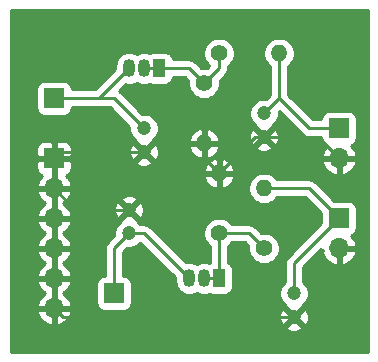
<source format=gbr>
%TF.GenerationSoftware,KiCad,Pcbnew,(5.1.12)-1*%
%TF.CreationDate,2021-11-26T11:14:42+00:00*%
%TF.ProjectId,pepega v.01,70657065-6761-4207-962e-30312e6b6963,rev?*%
%TF.SameCoordinates,Original*%
%TF.FileFunction,Copper,L1,Top*%
%TF.FilePolarity,Positive*%
%FSLAX46Y46*%
G04 Gerber Fmt 4.6, Leading zero omitted, Abs format (unit mm)*
G04 Created by KiCad (PCBNEW (5.1.12)-1) date 2021-11-26 11:14:42*
%MOMM*%
%LPD*%
G01*
G04 APERTURE LIST*
%TA.AperFunction,ComponentPad*%
%ADD10R,1.050000X1.500000*%
%TD*%
%TA.AperFunction,ComponentPad*%
%ADD11O,1.050000X1.500000*%
%TD*%
%TA.AperFunction,ComponentPad*%
%ADD12O,1.400000X1.400000*%
%TD*%
%TA.AperFunction,ComponentPad*%
%ADD13C,1.400000*%
%TD*%
%TA.AperFunction,ComponentPad*%
%ADD14O,1.700000X1.700000*%
%TD*%
%TA.AperFunction,ComponentPad*%
%ADD15R,1.700000X1.700000*%
%TD*%
%TA.AperFunction,ComponentPad*%
%ADD16C,1.200000*%
%TD*%
%TA.AperFunction,Conductor*%
%ADD17C,0.250000*%
%TD*%
%TA.AperFunction,Conductor*%
%ADD18C,0.254000*%
%TD*%
%TA.AperFunction,Conductor*%
%ADD19C,0.100000*%
%TD*%
G04 APERTURE END LIST*
D10*
%TO.P,U2,1*%
%TO.N,Net-(R3-Pad1)*%
X60960000Y-81280000D03*
D11*
%TO.P,U2,3*%
%TO.N,+5F*%
X58420000Y-81280000D03*
%TO.P,U2,2*%
%TO.N,Net-(R3-Pad1)*%
X59690000Y-81280000D03*
%TD*%
D12*
%TO.P,R1,2*%
%TO.N,GND*%
X59690000Y-69850000D03*
D13*
%TO.P,R1,1*%
%TO.N,Net-(R1-Pad1)*%
X59690000Y-64770000D03*
%TD*%
D10*
%TO.P,U1,1*%
%TO.N,Net-(R1-Pad1)*%
X55880000Y-63500000D03*
D11*
%TO.P,U1,3*%
%TO.N,+5V*%
X53340000Y-63500000D03*
%TO.P,U1,2*%
%TO.N,Net-(R1-Pad1)*%
X54610000Y-63500000D03*
%TD*%
D12*
%TO.P,R4,2*%
%TO.N,Net-(C4-Pad1)*%
X64770000Y-73660000D03*
D13*
%TO.P,R4,1*%
%TO.N,Net-(R3-Pad1)*%
X64770000Y-78740000D03*
%TD*%
D12*
%TO.P,R3,2*%
%TO.N,GND*%
X60960000Y-72390000D03*
D13*
%TO.P,R3,1*%
%TO.N,Net-(R3-Pad1)*%
X60960000Y-77470000D03*
%TD*%
D12*
%TO.P,R2,2*%
%TO.N,Net-(C2-Pad1)*%
X66040000Y-62230000D03*
D13*
%TO.P,R2,1*%
%TO.N,Net-(R1-Pad1)*%
X60960000Y-62230000D03*
%TD*%
D14*
%TO.P,J5,2*%
%TO.N,GND*%
X71120000Y-78740000D03*
D15*
%TO.P,J5,1*%
%TO.N,Net-(C4-Pad1)*%
X71120000Y-76200000D03*
%TD*%
%TO.P,J4,1*%
%TO.N,+5F*%
X52070000Y-82550000D03*
%TD*%
%TO.P,J3,1*%
%TO.N,+5V*%
X46990000Y-66040000D03*
%TD*%
D14*
%TO.P,J2,6*%
%TO.N,GND*%
X46990000Y-83820000D03*
%TO.P,J2,5*%
X46990000Y-81280000D03*
%TO.P,J2,4*%
X46990000Y-78740000D03*
%TO.P,J2,3*%
X46990000Y-76200000D03*
%TO.P,J2,2*%
X46990000Y-73660000D03*
D15*
%TO.P,J2,1*%
X46990000Y-71120000D03*
%TD*%
D14*
%TO.P,J1,2*%
%TO.N,GND*%
X71120000Y-71120000D03*
D15*
%TO.P,J1,1*%
%TO.N,Net-(C2-Pad1)*%
X71120000Y-68580000D03*
%TD*%
D16*
%TO.P,C4,2*%
%TO.N,GND*%
X67310000Y-84550000D03*
%TO.P,C4,1*%
%TO.N,Net-(C4-Pad1)*%
X67310000Y-82550000D03*
%TD*%
%TO.P,C3,2*%
%TO.N,GND*%
X53340000Y-75470000D03*
%TO.P,C3,1*%
%TO.N,+5F*%
X53340000Y-77470000D03*
%TD*%
%TO.P,C2,2*%
%TO.N,GND*%
X64770000Y-69310000D03*
%TO.P,C2,1*%
%TO.N,Net-(C2-Pad1)*%
X64770000Y-67310000D03*
%TD*%
%TO.P,C1,2*%
%TO.N,GND*%
X54610000Y-70580000D03*
%TO.P,C1,1*%
%TO.N,+5V*%
X54610000Y-68580000D03*
%TD*%
D17*
%TO.N,Net-(C2-Pad1)*%
X66040000Y-66040000D02*
X64770000Y-67310000D01*
X66040000Y-62230000D02*
X66040000Y-66040000D01*
X68580000Y-68580000D02*
X66040000Y-66040000D01*
X71120000Y-68580000D02*
X68580000Y-68580000D01*
%TO.N,Net-(R1-Pad1)*%
X60960000Y-63500000D02*
X59690000Y-64770000D01*
X60960000Y-62230000D02*
X60960000Y-63500000D01*
X54610000Y-63500000D02*
X55880000Y-63500000D01*
X58420000Y-63500000D02*
X59690000Y-64770000D01*
X55880000Y-63500000D02*
X58420000Y-63500000D01*
%TO.N,GND*%
X46990000Y-71120000D02*
X46990000Y-83820000D01*
X48800000Y-75470000D02*
X46990000Y-73660000D01*
X53340000Y-75470000D02*
X48800000Y-75470000D01*
X47720000Y-71120000D02*
X46990000Y-71120000D01*
X47530000Y-70580000D02*
X46990000Y-71120000D01*
X54610000Y-70580000D02*
X47530000Y-70580000D01*
X55340000Y-69850000D02*
X54610000Y-70580000D01*
X59690000Y-69850000D02*
X55340000Y-69850000D01*
X59690000Y-71120000D02*
X60960000Y-72390000D01*
X59690000Y-69850000D02*
X59690000Y-71120000D01*
X64040000Y-69310000D02*
X64770000Y-69310000D01*
X60960000Y-72390000D02*
X64040000Y-69310000D01*
X69310000Y-69310000D02*
X71120000Y-71120000D01*
X64770000Y-69310000D02*
X69310000Y-69310000D01*
X71120000Y-80740000D02*
X67310000Y-84550000D01*
X71120000Y-78740000D02*
X71120000Y-80740000D01*
X47720000Y-84550000D02*
X46990000Y-83820000D01*
X67310000Y-84550000D02*
X47720000Y-84550000D01*
%TO.N,+5V*%
X50800000Y-66040000D02*
X53340000Y-63500000D01*
X46990000Y-66040000D02*
X50800000Y-66040000D01*
X52070000Y-66040000D02*
X54610000Y-68580000D01*
X50800000Y-66040000D02*
X52070000Y-66040000D01*
%TO.N,Net-(C4-Pad1)*%
X68580000Y-73660000D02*
X71120000Y-76200000D01*
X64770000Y-73660000D02*
X68580000Y-73660000D01*
X67310000Y-80010000D02*
X71120000Y-76200000D01*
X67310000Y-82550000D02*
X67310000Y-80010000D01*
%TO.N,Net-(R3-Pad1)*%
X60960000Y-77470000D02*
X60960000Y-81280000D01*
X60960000Y-81280000D02*
X59690000Y-81280000D01*
X63500000Y-77470000D02*
X64770000Y-78740000D01*
X60960000Y-77470000D02*
X63500000Y-77470000D01*
%TO.N,+5F*%
X52070000Y-78740000D02*
X53340000Y-77470000D01*
X52070000Y-82550000D02*
X52070000Y-78740000D01*
X54610000Y-77470000D02*
X58420000Y-81280000D01*
X53340000Y-77470000D02*
X54610000Y-77470000D01*
%TD*%
D18*
%TO.N,GND*%
X73533000Y-87503000D02*
X43307000Y-87503000D01*
X43307000Y-85399764D01*
X66639841Y-85399764D01*
X66687148Y-85623348D01*
X66908516Y-85724237D01*
X67145313Y-85780000D01*
X67388438Y-85788495D01*
X67628549Y-85749395D01*
X67856418Y-85664202D01*
X67932852Y-85623348D01*
X67980159Y-85399764D01*
X67310000Y-84729605D01*
X66639841Y-85399764D01*
X43307000Y-85399764D01*
X43307000Y-84176890D01*
X45548524Y-84176890D01*
X45593175Y-84324099D01*
X45718359Y-84586920D01*
X45892412Y-84820269D01*
X46108645Y-85015178D01*
X46358748Y-85164157D01*
X46633109Y-85261481D01*
X46863000Y-85140814D01*
X46863000Y-83947000D01*
X47117000Y-83947000D01*
X47117000Y-85140814D01*
X47346891Y-85261481D01*
X47621252Y-85164157D01*
X47871355Y-85015178D01*
X48087588Y-84820269D01*
X48230673Y-84628438D01*
X66071505Y-84628438D01*
X66110605Y-84868549D01*
X66195798Y-85096418D01*
X66236652Y-85172852D01*
X66460236Y-85220159D01*
X67130395Y-84550000D01*
X67489605Y-84550000D01*
X68159764Y-85220159D01*
X68383348Y-85172852D01*
X68484237Y-84951484D01*
X68540000Y-84714687D01*
X68548495Y-84471562D01*
X68509395Y-84231451D01*
X68424202Y-84003582D01*
X68383348Y-83927148D01*
X68159764Y-83879841D01*
X67489605Y-84550000D01*
X67130395Y-84550000D01*
X66460236Y-83879841D01*
X66236652Y-83927148D01*
X66135763Y-84148516D01*
X66080000Y-84385313D01*
X66071505Y-84628438D01*
X48230673Y-84628438D01*
X48261641Y-84586920D01*
X48386825Y-84324099D01*
X48431476Y-84176890D01*
X48310155Y-83947000D01*
X47117000Y-83947000D01*
X46863000Y-83947000D01*
X45669845Y-83947000D01*
X45548524Y-84176890D01*
X43307000Y-84176890D01*
X43307000Y-81636890D01*
X45548524Y-81636890D01*
X45593175Y-81784099D01*
X45718359Y-82046920D01*
X45892412Y-82280269D01*
X46108645Y-82475178D01*
X46234255Y-82550000D01*
X46108645Y-82624822D01*
X45892412Y-82819731D01*
X45718359Y-83053080D01*
X45593175Y-83315901D01*
X45548524Y-83463110D01*
X45669845Y-83693000D01*
X46863000Y-83693000D01*
X46863000Y-81407000D01*
X47117000Y-81407000D01*
X47117000Y-83693000D01*
X48310155Y-83693000D01*
X48431476Y-83463110D01*
X48386825Y-83315901D01*
X48261641Y-83053080D01*
X48087588Y-82819731D01*
X47871355Y-82624822D01*
X47745745Y-82550000D01*
X47871355Y-82475178D01*
X48087588Y-82280269D01*
X48261641Y-82046920D01*
X48386825Y-81784099D01*
X48412333Y-81700000D01*
X50581928Y-81700000D01*
X50581928Y-83400000D01*
X50594188Y-83524482D01*
X50630498Y-83644180D01*
X50689463Y-83754494D01*
X50768815Y-83851185D01*
X50865506Y-83930537D01*
X50975820Y-83989502D01*
X51095518Y-84025812D01*
X51220000Y-84038072D01*
X52920000Y-84038072D01*
X53044482Y-84025812D01*
X53164180Y-83989502D01*
X53274494Y-83930537D01*
X53371185Y-83851185D01*
X53450537Y-83754494D01*
X53509502Y-83644180D01*
X53545812Y-83524482D01*
X53558072Y-83400000D01*
X53558072Y-81700000D01*
X53545812Y-81575518D01*
X53509502Y-81455820D01*
X53450537Y-81345506D01*
X53371185Y-81248815D01*
X53274494Y-81169463D01*
X53164180Y-81110498D01*
X53044482Y-81074188D01*
X52920000Y-81061928D01*
X52830000Y-81061928D01*
X52830000Y-79054801D01*
X53186199Y-78698602D01*
X53218363Y-78705000D01*
X53461637Y-78705000D01*
X53700236Y-78657540D01*
X53924992Y-78564443D01*
X54127267Y-78429287D01*
X54299287Y-78257267D01*
X54308571Y-78243372D01*
X57260000Y-81194802D01*
X57260000Y-81561978D01*
X57276785Y-81732399D01*
X57343115Y-81951059D01*
X57450829Y-82152578D01*
X57595788Y-82329212D01*
X57772421Y-82474171D01*
X57973940Y-82581885D01*
X58192600Y-82648215D01*
X58420000Y-82670612D01*
X58647399Y-82648215D01*
X58866059Y-82581885D01*
X59055000Y-82480894D01*
X59243940Y-82581885D01*
X59462600Y-82648215D01*
X59690000Y-82670612D01*
X59917399Y-82648215D01*
X60126098Y-82584907D01*
X60190820Y-82619502D01*
X60310518Y-82655812D01*
X60435000Y-82668072D01*
X61485000Y-82668072D01*
X61609482Y-82655812D01*
X61729180Y-82619502D01*
X61839494Y-82560537D01*
X61936185Y-82481185D01*
X62015537Y-82384494D01*
X62074502Y-82274180D01*
X62110812Y-82154482D01*
X62123072Y-82030000D01*
X62123072Y-80530000D01*
X62110812Y-80405518D01*
X62074502Y-80285820D01*
X62015537Y-80175506D01*
X61936185Y-80078815D01*
X61839494Y-79999463D01*
X61729180Y-79940498D01*
X61720000Y-79937713D01*
X61720000Y-78567775D01*
X61811013Y-78506962D01*
X61996962Y-78321013D01*
X62057775Y-78230000D01*
X63185199Y-78230000D01*
X63456355Y-78501156D01*
X63435000Y-78608514D01*
X63435000Y-78871486D01*
X63486304Y-79129405D01*
X63586939Y-79372359D01*
X63733038Y-79591013D01*
X63918987Y-79776962D01*
X64137641Y-79923061D01*
X64380595Y-80023696D01*
X64638514Y-80075000D01*
X64901486Y-80075000D01*
X65159405Y-80023696D01*
X65402359Y-79923061D01*
X65621013Y-79776962D01*
X65806962Y-79591013D01*
X65953061Y-79372359D01*
X66053696Y-79129405D01*
X66105000Y-78871486D01*
X66105000Y-78608514D01*
X66053696Y-78350595D01*
X65953061Y-78107641D01*
X65806962Y-77888987D01*
X65621013Y-77703038D01*
X65402359Y-77556939D01*
X65159405Y-77456304D01*
X64901486Y-77405000D01*
X64638514Y-77405000D01*
X64531156Y-77426355D01*
X64063804Y-76959003D01*
X64040001Y-76929999D01*
X63924276Y-76835026D01*
X63792247Y-76764454D01*
X63648986Y-76720997D01*
X63537333Y-76710000D01*
X63537322Y-76710000D01*
X63500000Y-76706324D01*
X63462678Y-76710000D01*
X62057775Y-76710000D01*
X61996962Y-76618987D01*
X61811013Y-76433038D01*
X61592359Y-76286939D01*
X61349405Y-76186304D01*
X61091486Y-76135000D01*
X60828514Y-76135000D01*
X60570595Y-76186304D01*
X60327641Y-76286939D01*
X60108987Y-76433038D01*
X59923038Y-76618987D01*
X59776939Y-76837641D01*
X59676304Y-77080595D01*
X59625000Y-77338514D01*
X59625000Y-77601486D01*
X59676304Y-77859405D01*
X59776939Y-78102359D01*
X59923038Y-78321013D01*
X60108987Y-78506962D01*
X60200000Y-78567775D01*
X60200001Y-79937713D01*
X60190820Y-79940498D01*
X60126098Y-79975093D01*
X59917400Y-79911785D01*
X59690000Y-79889388D01*
X59462601Y-79911785D01*
X59243941Y-79978115D01*
X59055001Y-80079106D01*
X58866060Y-79978115D01*
X58647400Y-79911785D01*
X58420000Y-79889388D01*
X58192601Y-79911785D01*
X58141951Y-79927149D01*
X55173804Y-76959003D01*
X55150001Y-76929999D01*
X55034276Y-76835026D01*
X54902247Y-76764454D01*
X54758986Y-76720997D01*
X54647333Y-76710000D01*
X54647322Y-76710000D01*
X54610000Y-76706324D01*
X54572678Y-76710000D01*
X54317506Y-76710000D01*
X54299287Y-76682733D01*
X54127267Y-76510713D01*
X53989267Y-76418504D01*
X54010159Y-76319764D01*
X53340000Y-75649605D01*
X52669841Y-76319764D01*
X52690733Y-76418504D01*
X52552733Y-76510713D01*
X52380713Y-76682733D01*
X52245557Y-76885008D01*
X52152460Y-77109764D01*
X52105000Y-77348363D01*
X52105000Y-77591637D01*
X52111398Y-77623801D01*
X51558998Y-78176201D01*
X51530000Y-78199999D01*
X51506202Y-78228997D01*
X51506201Y-78228998D01*
X51435026Y-78315724D01*
X51364454Y-78447754D01*
X51346494Y-78506962D01*
X51320999Y-78591013D01*
X51320998Y-78591015D01*
X51306324Y-78740000D01*
X51310001Y-78777332D01*
X51310000Y-81061928D01*
X51220000Y-81061928D01*
X51095518Y-81074188D01*
X50975820Y-81110498D01*
X50865506Y-81169463D01*
X50768815Y-81248815D01*
X50689463Y-81345506D01*
X50630498Y-81455820D01*
X50594188Y-81575518D01*
X50581928Y-81700000D01*
X48412333Y-81700000D01*
X48431476Y-81636890D01*
X48310155Y-81407000D01*
X47117000Y-81407000D01*
X46863000Y-81407000D01*
X45669845Y-81407000D01*
X45548524Y-81636890D01*
X43307000Y-81636890D01*
X43307000Y-79096890D01*
X45548524Y-79096890D01*
X45593175Y-79244099D01*
X45718359Y-79506920D01*
X45892412Y-79740269D01*
X46108645Y-79935178D01*
X46234255Y-80010000D01*
X46108645Y-80084822D01*
X45892412Y-80279731D01*
X45718359Y-80513080D01*
X45593175Y-80775901D01*
X45548524Y-80923110D01*
X45669845Y-81153000D01*
X46863000Y-81153000D01*
X46863000Y-78867000D01*
X47117000Y-78867000D01*
X47117000Y-81153000D01*
X48310155Y-81153000D01*
X48431476Y-80923110D01*
X48386825Y-80775901D01*
X48261641Y-80513080D01*
X48087588Y-80279731D01*
X47871355Y-80084822D01*
X47745745Y-80010000D01*
X47871355Y-79935178D01*
X48087588Y-79740269D01*
X48261641Y-79506920D01*
X48386825Y-79244099D01*
X48431476Y-79096890D01*
X48310155Y-78867000D01*
X47117000Y-78867000D01*
X46863000Y-78867000D01*
X45669845Y-78867000D01*
X45548524Y-79096890D01*
X43307000Y-79096890D01*
X43307000Y-76556890D01*
X45548524Y-76556890D01*
X45593175Y-76704099D01*
X45718359Y-76966920D01*
X45892412Y-77200269D01*
X46108645Y-77395178D01*
X46234255Y-77470000D01*
X46108645Y-77544822D01*
X45892412Y-77739731D01*
X45718359Y-77973080D01*
X45593175Y-78235901D01*
X45548524Y-78383110D01*
X45669845Y-78613000D01*
X46863000Y-78613000D01*
X46863000Y-76327000D01*
X47117000Y-76327000D01*
X47117000Y-78613000D01*
X48310155Y-78613000D01*
X48431476Y-78383110D01*
X48386825Y-78235901D01*
X48261641Y-77973080D01*
X48087588Y-77739731D01*
X47871355Y-77544822D01*
X47745745Y-77470000D01*
X47871355Y-77395178D01*
X48087588Y-77200269D01*
X48261641Y-76966920D01*
X48386825Y-76704099D01*
X48431476Y-76556890D01*
X48310155Y-76327000D01*
X47117000Y-76327000D01*
X46863000Y-76327000D01*
X45669845Y-76327000D01*
X45548524Y-76556890D01*
X43307000Y-76556890D01*
X43307000Y-74016890D01*
X45548524Y-74016890D01*
X45593175Y-74164099D01*
X45718359Y-74426920D01*
X45892412Y-74660269D01*
X46108645Y-74855178D01*
X46234255Y-74930000D01*
X46108645Y-75004822D01*
X45892412Y-75199731D01*
X45718359Y-75433080D01*
X45593175Y-75695901D01*
X45548524Y-75843110D01*
X45669845Y-76073000D01*
X46863000Y-76073000D01*
X46863000Y-73787000D01*
X47117000Y-73787000D01*
X47117000Y-76073000D01*
X48310155Y-76073000D01*
X48431476Y-75843110D01*
X48386825Y-75695901D01*
X48316588Y-75548438D01*
X52101505Y-75548438D01*
X52140605Y-75788549D01*
X52225798Y-76016418D01*
X52266652Y-76092852D01*
X52490236Y-76140159D01*
X53160395Y-75470000D01*
X53519605Y-75470000D01*
X54189764Y-76140159D01*
X54413348Y-76092852D01*
X54514237Y-75871484D01*
X54570000Y-75634687D01*
X54578495Y-75391562D01*
X54539395Y-75151451D01*
X54454202Y-74923582D01*
X54413348Y-74847148D01*
X54189764Y-74799841D01*
X53519605Y-75470000D01*
X53160395Y-75470000D01*
X52490236Y-74799841D01*
X52266652Y-74847148D01*
X52165763Y-75068516D01*
X52110000Y-75305313D01*
X52101505Y-75548438D01*
X48316588Y-75548438D01*
X48261641Y-75433080D01*
X48087588Y-75199731D01*
X47871355Y-75004822D01*
X47745745Y-74930000D01*
X47871355Y-74855178D01*
X48087588Y-74660269D01*
X48117448Y-74620236D01*
X52669841Y-74620236D01*
X53340000Y-75290395D01*
X54010159Y-74620236D01*
X53962852Y-74396652D01*
X53741484Y-74295763D01*
X53504687Y-74240000D01*
X53261562Y-74231505D01*
X53021451Y-74270605D01*
X52793582Y-74355798D01*
X52717148Y-74396652D01*
X52669841Y-74620236D01*
X48117448Y-74620236D01*
X48261641Y-74426920D01*
X48386825Y-74164099D01*
X48431476Y-74016890D01*
X48310155Y-73787000D01*
X47117000Y-73787000D01*
X46863000Y-73787000D01*
X45669845Y-73787000D01*
X45548524Y-74016890D01*
X43307000Y-74016890D01*
X43307000Y-71970000D01*
X45501928Y-71970000D01*
X45514188Y-72094482D01*
X45550498Y-72214180D01*
X45609463Y-72324494D01*
X45688815Y-72421185D01*
X45785506Y-72500537D01*
X45895820Y-72559502D01*
X45976466Y-72583966D01*
X45892412Y-72659731D01*
X45718359Y-72893080D01*
X45593175Y-73155901D01*
X45548524Y-73303110D01*
X45669845Y-73533000D01*
X46863000Y-73533000D01*
X46863000Y-71247000D01*
X47117000Y-71247000D01*
X47117000Y-73533000D01*
X48310155Y-73533000D01*
X48431476Y-73303110D01*
X48386825Y-73155901D01*
X48261641Y-72893080D01*
X48135026Y-72723330D01*
X59667278Y-72723330D01*
X59757147Y-72969123D01*
X59893241Y-73192660D01*
X60070330Y-73385351D01*
X60281608Y-73539792D01*
X60518956Y-73650047D01*
X60626671Y-73682716D01*
X60833000Y-73559374D01*
X60833000Y-72517000D01*
X61087000Y-72517000D01*
X61087000Y-73559374D01*
X61293329Y-73682716D01*
X61401044Y-73650047D01*
X61638392Y-73539792D01*
X61653820Y-73528514D01*
X63435000Y-73528514D01*
X63435000Y-73791486D01*
X63486304Y-74049405D01*
X63586939Y-74292359D01*
X63733038Y-74511013D01*
X63918987Y-74696962D01*
X64137641Y-74843061D01*
X64380595Y-74943696D01*
X64638514Y-74995000D01*
X64901486Y-74995000D01*
X65159405Y-74943696D01*
X65402359Y-74843061D01*
X65621013Y-74696962D01*
X65806962Y-74511013D01*
X65867775Y-74420000D01*
X68265199Y-74420000D01*
X69631928Y-75786730D01*
X69631928Y-76613270D01*
X66798998Y-79446201D01*
X66770000Y-79469999D01*
X66746202Y-79498997D01*
X66746201Y-79498998D01*
X66675026Y-79585724D01*
X66604454Y-79717754D01*
X66586494Y-79776962D01*
X66560998Y-79861014D01*
X66554887Y-79923061D01*
X66546324Y-80010000D01*
X66550001Y-80047332D01*
X66550000Y-81572493D01*
X66522733Y-81590713D01*
X66350713Y-81762733D01*
X66215557Y-81965008D01*
X66122460Y-82189764D01*
X66075000Y-82428363D01*
X66075000Y-82671637D01*
X66122460Y-82910236D01*
X66215557Y-83134992D01*
X66350713Y-83337267D01*
X66522733Y-83509287D01*
X66660733Y-83601496D01*
X66639841Y-83700236D01*
X67310000Y-84370395D01*
X67980159Y-83700236D01*
X67959267Y-83601496D01*
X68097267Y-83509287D01*
X68269287Y-83337267D01*
X68404443Y-83134992D01*
X68497540Y-82910236D01*
X68545000Y-82671637D01*
X68545000Y-82428363D01*
X68497540Y-82189764D01*
X68404443Y-81965008D01*
X68269287Y-81762733D01*
X68097267Y-81590713D01*
X68070000Y-81572494D01*
X68070000Y-80324801D01*
X69635000Y-78759801D01*
X69635000Y-78867002D01*
X69799844Y-78867002D01*
X69678524Y-79096890D01*
X69723175Y-79244099D01*
X69848359Y-79506920D01*
X70022412Y-79740269D01*
X70238645Y-79935178D01*
X70488748Y-80084157D01*
X70763109Y-80181481D01*
X70993000Y-80060814D01*
X70993000Y-78867000D01*
X71247000Y-78867000D01*
X71247000Y-80060814D01*
X71476891Y-80181481D01*
X71751252Y-80084157D01*
X72001355Y-79935178D01*
X72217588Y-79740269D01*
X72391641Y-79506920D01*
X72516825Y-79244099D01*
X72561476Y-79096890D01*
X72440155Y-78867000D01*
X71247000Y-78867000D01*
X70993000Y-78867000D01*
X70973000Y-78867000D01*
X70973000Y-78613000D01*
X70993000Y-78613000D01*
X70993000Y-78593000D01*
X71247000Y-78593000D01*
X71247000Y-78613000D01*
X72440155Y-78613000D01*
X72561476Y-78383110D01*
X72516825Y-78235901D01*
X72391641Y-77973080D01*
X72217588Y-77739731D01*
X72133534Y-77663966D01*
X72214180Y-77639502D01*
X72324494Y-77580537D01*
X72421185Y-77501185D01*
X72500537Y-77404494D01*
X72559502Y-77294180D01*
X72595812Y-77174482D01*
X72608072Y-77050000D01*
X72608072Y-75350000D01*
X72595812Y-75225518D01*
X72559502Y-75105820D01*
X72500537Y-74995506D01*
X72421185Y-74898815D01*
X72324494Y-74819463D01*
X72214180Y-74760498D01*
X72094482Y-74724188D01*
X71970000Y-74711928D01*
X70706730Y-74711928D01*
X69143804Y-73149003D01*
X69120001Y-73119999D01*
X69004276Y-73025026D01*
X68872247Y-72954454D01*
X68728986Y-72910997D01*
X68617333Y-72900000D01*
X68617322Y-72900000D01*
X68580000Y-72896324D01*
X68542678Y-72900000D01*
X65867775Y-72900000D01*
X65806962Y-72808987D01*
X65621013Y-72623038D01*
X65402359Y-72476939D01*
X65159405Y-72376304D01*
X64901486Y-72325000D01*
X64638514Y-72325000D01*
X64380595Y-72376304D01*
X64137641Y-72476939D01*
X63918987Y-72623038D01*
X63733038Y-72808987D01*
X63586939Y-73027641D01*
X63486304Y-73270595D01*
X63435000Y-73528514D01*
X61653820Y-73528514D01*
X61849670Y-73385351D01*
X62026759Y-73192660D01*
X62162853Y-72969123D01*
X62252722Y-72723330D01*
X62130201Y-72517000D01*
X61087000Y-72517000D01*
X60833000Y-72517000D01*
X59789799Y-72517000D01*
X59667278Y-72723330D01*
X48135026Y-72723330D01*
X48087588Y-72659731D01*
X48003534Y-72583966D01*
X48084180Y-72559502D01*
X48194494Y-72500537D01*
X48291185Y-72421185D01*
X48370537Y-72324494D01*
X48429502Y-72214180D01*
X48465812Y-72094482D01*
X48469536Y-72056670D01*
X59667278Y-72056670D01*
X59789799Y-72263000D01*
X60833000Y-72263000D01*
X60833000Y-71220626D01*
X61087000Y-71220626D01*
X61087000Y-72263000D01*
X62130201Y-72263000D01*
X62252722Y-72056670D01*
X62162853Y-71810877D01*
X62026759Y-71587340D01*
X61925253Y-71476890D01*
X69678524Y-71476890D01*
X69723175Y-71624099D01*
X69848359Y-71886920D01*
X70022412Y-72120269D01*
X70238645Y-72315178D01*
X70488748Y-72464157D01*
X70763109Y-72561481D01*
X70993000Y-72440814D01*
X70993000Y-71247000D01*
X71247000Y-71247000D01*
X71247000Y-72440814D01*
X71476891Y-72561481D01*
X71751252Y-72464157D01*
X72001355Y-72315178D01*
X72217588Y-72120269D01*
X72391641Y-71886920D01*
X72516825Y-71624099D01*
X72561476Y-71476890D01*
X72440155Y-71247000D01*
X71247000Y-71247000D01*
X70993000Y-71247000D01*
X69799845Y-71247000D01*
X69678524Y-71476890D01*
X61925253Y-71476890D01*
X61849670Y-71394649D01*
X61638392Y-71240208D01*
X61401044Y-71129953D01*
X61293329Y-71097284D01*
X61087000Y-71220626D01*
X60833000Y-71220626D01*
X60626671Y-71097284D01*
X60518956Y-71129953D01*
X60281608Y-71240208D01*
X60070330Y-71394649D01*
X59893241Y-71587340D01*
X59757147Y-71810877D01*
X59667278Y-72056670D01*
X48469536Y-72056670D01*
X48478072Y-71970000D01*
X48475131Y-71429764D01*
X53939841Y-71429764D01*
X53987148Y-71653348D01*
X54208516Y-71754237D01*
X54445313Y-71810000D01*
X54688438Y-71818495D01*
X54928549Y-71779395D01*
X55156418Y-71694202D01*
X55232852Y-71653348D01*
X55280159Y-71429764D01*
X54610000Y-70759605D01*
X53939841Y-71429764D01*
X48475131Y-71429764D01*
X48475000Y-71405750D01*
X48316250Y-71247000D01*
X47117000Y-71247000D01*
X46863000Y-71247000D01*
X45663750Y-71247000D01*
X45505000Y-71405750D01*
X45501928Y-71970000D01*
X43307000Y-71970000D01*
X43307000Y-70270000D01*
X45501928Y-70270000D01*
X45505000Y-70834250D01*
X45663750Y-70993000D01*
X46863000Y-70993000D01*
X46863000Y-69793750D01*
X47117000Y-69793750D01*
X47117000Y-70993000D01*
X48316250Y-70993000D01*
X48475000Y-70834250D01*
X48475957Y-70658438D01*
X53371505Y-70658438D01*
X53410605Y-70898549D01*
X53495798Y-71126418D01*
X53536652Y-71202852D01*
X53760236Y-71250159D01*
X54430395Y-70580000D01*
X54789605Y-70580000D01*
X55459764Y-71250159D01*
X55683348Y-71202852D01*
X55784237Y-70981484D01*
X55840000Y-70744687D01*
X55848495Y-70501562D01*
X55809395Y-70261451D01*
X55780189Y-70183330D01*
X58397278Y-70183330D01*
X58487147Y-70429123D01*
X58623241Y-70652660D01*
X58800330Y-70845351D01*
X59011608Y-70999792D01*
X59248956Y-71110047D01*
X59356671Y-71142716D01*
X59563000Y-71019374D01*
X59563000Y-69977000D01*
X59817000Y-69977000D01*
X59817000Y-71019374D01*
X60023329Y-71142716D01*
X60131044Y-71110047D01*
X60368392Y-70999792D01*
X60579670Y-70845351D01*
X60756759Y-70652660D01*
X60892853Y-70429123D01*
X60982722Y-70183330D01*
X60968729Y-70159764D01*
X64099841Y-70159764D01*
X64147148Y-70383348D01*
X64368516Y-70484237D01*
X64605313Y-70540000D01*
X64848438Y-70548495D01*
X65088549Y-70509395D01*
X65316418Y-70424202D01*
X65392852Y-70383348D01*
X65440159Y-70159764D01*
X64770000Y-69489605D01*
X64099841Y-70159764D01*
X60968729Y-70159764D01*
X60860201Y-69977000D01*
X59817000Y-69977000D01*
X59563000Y-69977000D01*
X58519799Y-69977000D01*
X58397278Y-70183330D01*
X55780189Y-70183330D01*
X55724202Y-70033582D01*
X55683348Y-69957148D01*
X55459764Y-69909841D01*
X54789605Y-70580000D01*
X54430395Y-70580000D01*
X53760236Y-69909841D01*
X53536652Y-69957148D01*
X53435763Y-70178516D01*
X53380000Y-70415313D01*
X53371505Y-70658438D01*
X48475957Y-70658438D01*
X48478072Y-70270000D01*
X48465812Y-70145518D01*
X48429502Y-70025820D01*
X48370537Y-69915506D01*
X48291185Y-69818815D01*
X48194494Y-69739463D01*
X48084180Y-69680498D01*
X47964482Y-69644188D01*
X47840000Y-69631928D01*
X47275750Y-69635000D01*
X47117000Y-69793750D01*
X46863000Y-69793750D01*
X46704250Y-69635000D01*
X46140000Y-69631928D01*
X46015518Y-69644188D01*
X45895820Y-69680498D01*
X45785506Y-69739463D01*
X45688815Y-69818815D01*
X45609463Y-69915506D01*
X45550498Y-70025820D01*
X45514188Y-70145518D01*
X45501928Y-70270000D01*
X43307000Y-70270000D01*
X43307000Y-65190000D01*
X45501928Y-65190000D01*
X45501928Y-66890000D01*
X45514188Y-67014482D01*
X45550498Y-67134180D01*
X45609463Y-67244494D01*
X45688815Y-67341185D01*
X45785506Y-67420537D01*
X45895820Y-67479502D01*
X46015518Y-67515812D01*
X46140000Y-67528072D01*
X47840000Y-67528072D01*
X47964482Y-67515812D01*
X48084180Y-67479502D01*
X48194494Y-67420537D01*
X48291185Y-67341185D01*
X48370537Y-67244494D01*
X48429502Y-67134180D01*
X48465812Y-67014482D01*
X48478072Y-66890000D01*
X48478072Y-66800000D01*
X50762678Y-66800000D01*
X50800000Y-66803676D01*
X50837322Y-66800000D01*
X51755199Y-66800000D01*
X53381398Y-68426200D01*
X53375000Y-68458363D01*
X53375000Y-68701637D01*
X53422460Y-68940236D01*
X53515557Y-69164992D01*
X53650713Y-69367267D01*
X53822733Y-69539287D01*
X53960733Y-69631496D01*
X53939841Y-69730236D01*
X54610000Y-70400395D01*
X55280159Y-69730236D01*
X55259267Y-69631496D01*
X55397267Y-69539287D01*
X55419884Y-69516670D01*
X58397278Y-69516670D01*
X58519799Y-69723000D01*
X59563000Y-69723000D01*
X59563000Y-68680626D01*
X59817000Y-68680626D01*
X59817000Y-69723000D01*
X60860201Y-69723000D01*
X60982722Y-69516670D01*
X60935837Y-69388438D01*
X63531505Y-69388438D01*
X63570605Y-69628549D01*
X63655798Y-69856418D01*
X63696652Y-69932852D01*
X63920236Y-69980159D01*
X64590395Y-69310000D01*
X64949605Y-69310000D01*
X65619764Y-69980159D01*
X65843348Y-69932852D01*
X65944237Y-69711484D01*
X66000000Y-69474687D01*
X66008495Y-69231562D01*
X65969395Y-68991451D01*
X65884202Y-68763582D01*
X65843348Y-68687148D01*
X65619764Y-68639841D01*
X64949605Y-69310000D01*
X64590395Y-69310000D01*
X63920236Y-68639841D01*
X63696652Y-68687148D01*
X63595763Y-68908516D01*
X63540000Y-69145313D01*
X63531505Y-69388438D01*
X60935837Y-69388438D01*
X60892853Y-69270877D01*
X60756759Y-69047340D01*
X60579670Y-68854649D01*
X60368392Y-68700208D01*
X60131044Y-68589953D01*
X60023329Y-68557284D01*
X59817000Y-68680626D01*
X59563000Y-68680626D01*
X59356671Y-68557284D01*
X59248956Y-68589953D01*
X59011608Y-68700208D01*
X58800330Y-68854649D01*
X58623241Y-69047340D01*
X58487147Y-69270877D01*
X58397278Y-69516670D01*
X55419884Y-69516670D01*
X55569287Y-69367267D01*
X55704443Y-69164992D01*
X55797540Y-68940236D01*
X55845000Y-68701637D01*
X55845000Y-68458363D01*
X55797540Y-68219764D01*
X55704443Y-67995008D01*
X55569287Y-67792733D01*
X55397267Y-67620713D01*
X55194992Y-67485557D01*
X54970236Y-67392460D01*
X54731637Y-67345000D01*
X54488363Y-67345000D01*
X54456200Y-67351398D01*
X54293165Y-67188363D01*
X63535000Y-67188363D01*
X63535000Y-67431637D01*
X63582460Y-67670236D01*
X63675557Y-67894992D01*
X63810713Y-68097267D01*
X63982733Y-68269287D01*
X64120733Y-68361496D01*
X64099841Y-68460236D01*
X64770000Y-69130395D01*
X65440159Y-68460236D01*
X65419267Y-68361496D01*
X65557267Y-68269287D01*
X65729287Y-68097267D01*
X65864443Y-67894992D01*
X65957540Y-67670236D01*
X66005000Y-67431637D01*
X66005000Y-67188363D01*
X65998602Y-67156199D01*
X66040000Y-67114802D01*
X68016205Y-69091008D01*
X68039999Y-69120001D01*
X68068992Y-69143795D01*
X68068996Y-69143799D01*
X68139685Y-69201811D01*
X68155724Y-69214974D01*
X68287753Y-69285546D01*
X68431014Y-69329003D01*
X68542667Y-69340000D01*
X68542676Y-69340000D01*
X68579999Y-69343676D01*
X68617322Y-69340000D01*
X69631928Y-69340000D01*
X69631928Y-69430000D01*
X69644188Y-69554482D01*
X69680498Y-69674180D01*
X69739463Y-69784494D01*
X69818815Y-69881185D01*
X69915506Y-69960537D01*
X70025820Y-70019502D01*
X70106466Y-70043966D01*
X70022412Y-70119731D01*
X69848359Y-70353080D01*
X69723175Y-70615901D01*
X69678524Y-70763110D01*
X69799845Y-70993000D01*
X70993000Y-70993000D01*
X70993000Y-70973000D01*
X71247000Y-70973000D01*
X71247000Y-70993000D01*
X72440155Y-70993000D01*
X72561476Y-70763110D01*
X72516825Y-70615901D01*
X72391641Y-70353080D01*
X72217588Y-70119731D01*
X72133534Y-70043966D01*
X72214180Y-70019502D01*
X72324494Y-69960537D01*
X72421185Y-69881185D01*
X72500537Y-69784494D01*
X72559502Y-69674180D01*
X72595812Y-69554482D01*
X72608072Y-69430000D01*
X72608072Y-67730000D01*
X72595812Y-67605518D01*
X72559502Y-67485820D01*
X72500537Y-67375506D01*
X72421185Y-67278815D01*
X72324494Y-67199463D01*
X72214180Y-67140498D01*
X72094482Y-67104188D01*
X71970000Y-67091928D01*
X70270000Y-67091928D01*
X70145518Y-67104188D01*
X70025820Y-67140498D01*
X69915506Y-67199463D01*
X69818815Y-67278815D01*
X69739463Y-67375506D01*
X69680498Y-67485820D01*
X69644188Y-67605518D01*
X69631928Y-67730000D01*
X69631928Y-67820000D01*
X68894803Y-67820000D01*
X66800000Y-65725199D01*
X66800000Y-63327775D01*
X66891013Y-63266962D01*
X67076962Y-63081013D01*
X67223061Y-62862359D01*
X67323696Y-62619405D01*
X67375000Y-62361486D01*
X67375000Y-62098514D01*
X67323696Y-61840595D01*
X67223061Y-61597641D01*
X67076962Y-61378987D01*
X66891013Y-61193038D01*
X66672359Y-61046939D01*
X66429405Y-60946304D01*
X66171486Y-60895000D01*
X65908514Y-60895000D01*
X65650595Y-60946304D01*
X65407641Y-61046939D01*
X65188987Y-61193038D01*
X65003038Y-61378987D01*
X64856939Y-61597641D01*
X64756304Y-61840595D01*
X64705000Y-62098514D01*
X64705000Y-62361486D01*
X64756304Y-62619405D01*
X64856939Y-62862359D01*
X65003038Y-63081013D01*
X65188987Y-63266962D01*
X65280000Y-63327775D01*
X65280001Y-65725197D01*
X64923801Y-66081398D01*
X64891637Y-66075000D01*
X64648363Y-66075000D01*
X64409764Y-66122460D01*
X64185008Y-66215557D01*
X63982733Y-66350713D01*
X63810713Y-66522733D01*
X63675557Y-66725008D01*
X63582460Y-66949764D01*
X63535000Y-67188363D01*
X54293165Y-67188363D01*
X52633804Y-65529003D01*
X52610001Y-65499999D01*
X52502789Y-65412013D01*
X53061951Y-64852851D01*
X53112600Y-64868215D01*
X53340000Y-64890612D01*
X53567399Y-64868215D01*
X53786059Y-64801885D01*
X53975000Y-64700894D01*
X54163940Y-64801885D01*
X54382600Y-64868215D01*
X54610000Y-64890612D01*
X54837399Y-64868215D01*
X55046098Y-64804907D01*
X55110820Y-64839502D01*
X55230518Y-64875812D01*
X55355000Y-64888072D01*
X56405000Y-64888072D01*
X56529482Y-64875812D01*
X56649180Y-64839502D01*
X56759494Y-64780537D01*
X56856185Y-64701185D01*
X56935537Y-64604494D01*
X56994502Y-64494180D01*
X57030812Y-64374482D01*
X57042087Y-64260000D01*
X58105199Y-64260000D01*
X58376355Y-64531156D01*
X58355000Y-64638514D01*
X58355000Y-64901486D01*
X58406304Y-65159405D01*
X58506939Y-65402359D01*
X58653038Y-65621013D01*
X58838987Y-65806962D01*
X59057641Y-65953061D01*
X59300595Y-66053696D01*
X59558514Y-66105000D01*
X59821486Y-66105000D01*
X60079405Y-66053696D01*
X60322359Y-65953061D01*
X60541013Y-65806962D01*
X60726962Y-65621013D01*
X60873061Y-65402359D01*
X60973696Y-65159405D01*
X61025000Y-64901486D01*
X61025000Y-64638514D01*
X61003645Y-64531157D01*
X61471003Y-64063799D01*
X61500001Y-64040001D01*
X61594974Y-63924276D01*
X61665546Y-63792247D01*
X61709003Y-63648986D01*
X61720000Y-63537333D01*
X61720000Y-63537324D01*
X61723676Y-63500001D01*
X61720000Y-63462678D01*
X61720000Y-63327775D01*
X61811013Y-63266962D01*
X61996962Y-63081013D01*
X62143061Y-62862359D01*
X62243696Y-62619405D01*
X62295000Y-62361486D01*
X62295000Y-62098514D01*
X62243696Y-61840595D01*
X62143061Y-61597641D01*
X61996962Y-61378987D01*
X61811013Y-61193038D01*
X61592359Y-61046939D01*
X61349405Y-60946304D01*
X61091486Y-60895000D01*
X60828514Y-60895000D01*
X60570595Y-60946304D01*
X60327641Y-61046939D01*
X60108987Y-61193038D01*
X59923038Y-61378987D01*
X59776939Y-61597641D01*
X59676304Y-61840595D01*
X59625000Y-62098514D01*
X59625000Y-62361486D01*
X59676304Y-62619405D01*
X59776939Y-62862359D01*
X59923038Y-63081013D01*
X60108987Y-63266962D01*
X60114532Y-63270667D01*
X59928843Y-63456355D01*
X59821486Y-63435000D01*
X59558514Y-63435000D01*
X59451156Y-63456355D01*
X58983804Y-62989003D01*
X58960001Y-62959999D01*
X58844276Y-62865026D01*
X58712247Y-62794454D01*
X58568986Y-62750997D01*
X58457333Y-62740000D01*
X58457322Y-62740000D01*
X58420000Y-62736324D01*
X58382678Y-62740000D01*
X57042087Y-62740000D01*
X57030812Y-62625518D01*
X56994502Y-62505820D01*
X56935537Y-62395506D01*
X56856185Y-62298815D01*
X56759494Y-62219463D01*
X56649180Y-62160498D01*
X56529482Y-62124188D01*
X56405000Y-62111928D01*
X55355000Y-62111928D01*
X55230518Y-62124188D01*
X55110820Y-62160498D01*
X55046098Y-62195093D01*
X54837400Y-62131785D01*
X54610000Y-62109388D01*
X54382601Y-62131785D01*
X54163941Y-62198115D01*
X53975001Y-62299106D01*
X53786060Y-62198115D01*
X53567400Y-62131785D01*
X53340000Y-62109388D01*
X53112601Y-62131785D01*
X52893941Y-62198115D01*
X52692422Y-62305829D01*
X52515789Y-62450788D01*
X52370830Y-62627421D01*
X52263115Y-62828940D01*
X52196785Y-63047600D01*
X52180000Y-63218021D01*
X52180000Y-63585198D01*
X50485199Y-65280000D01*
X48478072Y-65280000D01*
X48478072Y-65190000D01*
X48465812Y-65065518D01*
X48429502Y-64945820D01*
X48370537Y-64835506D01*
X48291185Y-64738815D01*
X48194494Y-64659463D01*
X48084180Y-64600498D01*
X47964482Y-64564188D01*
X47840000Y-64551928D01*
X46140000Y-64551928D01*
X46015518Y-64564188D01*
X45895820Y-64600498D01*
X45785506Y-64659463D01*
X45688815Y-64738815D01*
X45609463Y-64835506D01*
X45550498Y-64945820D01*
X45514188Y-65065518D01*
X45501928Y-65190000D01*
X43307000Y-65190000D01*
X43307000Y-58547000D01*
X73533000Y-58547000D01*
X73533000Y-87503000D01*
%TA.AperFunction,Conductor*%
D19*
G36*
X73533000Y-87503000D02*
G01*
X43307000Y-87503000D01*
X43307000Y-85399764D01*
X66639841Y-85399764D01*
X66687148Y-85623348D01*
X66908516Y-85724237D01*
X67145313Y-85780000D01*
X67388438Y-85788495D01*
X67628549Y-85749395D01*
X67856418Y-85664202D01*
X67932852Y-85623348D01*
X67980159Y-85399764D01*
X67310000Y-84729605D01*
X66639841Y-85399764D01*
X43307000Y-85399764D01*
X43307000Y-84176890D01*
X45548524Y-84176890D01*
X45593175Y-84324099D01*
X45718359Y-84586920D01*
X45892412Y-84820269D01*
X46108645Y-85015178D01*
X46358748Y-85164157D01*
X46633109Y-85261481D01*
X46863000Y-85140814D01*
X46863000Y-83947000D01*
X47117000Y-83947000D01*
X47117000Y-85140814D01*
X47346891Y-85261481D01*
X47621252Y-85164157D01*
X47871355Y-85015178D01*
X48087588Y-84820269D01*
X48230673Y-84628438D01*
X66071505Y-84628438D01*
X66110605Y-84868549D01*
X66195798Y-85096418D01*
X66236652Y-85172852D01*
X66460236Y-85220159D01*
X67130395Y-84550000D01*
X67489605Y-84550000D01*
X68159764Y-85220159D01*
X68383348Y-85172852D01*
X68484237Y-84951484D01*
X68540000Y-84714687D01*
X68548495Y-84471562D01*
X68509395Y-84231451D01*
X68424202Y-84003582D01*
X68383348Y-83927148D01*
X68159764Y-83879841D01*
X67489605Y-84550000D01*
X67130395Y-84550000D01*
X66460236Y-83879841D01*
X66236652Y-83927148D01*
X66135763Y-84148516D01*
X66080000Y-84385313D01*
X66071505Y-84628438D01*
X48230673Y-84628438D01*
X48261641Y-84586920D01*
X48386825Y-84324099D01*
X48431476Y-84176890D01*
X48310155Y-83947000D01*
X47117000Y-83947000D01*
X46863000Y-83947000D01*
X45669845Y-83947000D01*
X45548524Y-84176890D01*
X43307000Y-84176890D01*
X43307000Y-81636890D01*
X45548524Y-81636890D01*
X45593175Y-81784099D01*
X45718359Y-82046920D01*
X45892412Y-82280269D01*
X46108645Y-82475178D01*
X46234255Y-82550000D01*
X46108645Y-82624822D01*
X45892412Y-82819731D01*
X45718359Y-83053080D01*
X45593175Y-83315901D01*
X45548524Y-83463110D01*
X45669845Y-83693000D01*
X46863000Y-83693000D01*
X46863000Y-81407000D01*
X47117000Y-81407000D01*
X47117000Y-83693000D01*
X48310155Y-83693000D01*
X48431476Y-83463110D01*
X48386825Y-83315901D01*
X48261641Y-83053080D01*
X48087588Y-82819731D01*
X47871355Y-82624822D01*
X47745745Y-82550000D01*
X47871355Y-82475178D01*
X48087588Y-82280269D01*
X48261641Y-82046920D01*
X48386825Y-81784099D01*
X48412333Y-81700000D01*
X50581928Y-81700000D01*
X50581928Y-83400000D01*
X50594188Y-83524482D01*
X50630498Y-83644180D01*
X50689463Y-83754494D01*
X50768815Y-83851185D01*
X50865506Y-83930537D01*
X50975820Y-83989502D01*
X51095518Y-84025812D01*
X51220000Y-84038072D01*
X52920000Y-84038072D01*
X53044482Y-84025812D01*
X53164180Y-83989502D01*
X53274494Y-83930537D01*
X53371185Y-83851185D01*
X53450537Y-83754494D01*
X53509502Y-83644180D01*
X53545812Y-83524482D01*
X53558072Y-83400000D01*
X53558072Y-81700000D01*
X53545812Y-81575518D01*
X53509502Y-81455820D01*
X53450537Y-81345506D01*
X53371185Y-81248815D01*
X53274494Y-81169463D01*
X53164180Y-81110498D01*
X53044482Y-81074188D01*
X52920000Y-81061928D01*
X52830000Y-81061928D01*
X52830000Y-79054801D01*
X53186199Y-78698602D01*
X53218363Y-78705000D01*
X53461637Y-78705000D01*
X53700236Y-78657540D01*
X53924992Y-78564443D01*
X54127267Y-78429287D01*
X54299287Y-78257267D01*
X54308571Y-78243372D01*
X57260000Y-81194802D01*
X57260000Y-81561978D01*
X57276785Y-81732399D01*
X57343115Y-81951059D01*
X57450829Y-82152578D01*
X57595788Y-82329212D01*
X57772421Y-82474171D01*
X57973940Y-82581885D01*
X58192600Y-82648215D01*
X58420000Y-82670612D01*
X58647399Y-82648215D01*
X58866059Y-82581885D01*
X59055000Y-82480894D01*
X59243940Y-82581885D01*
X59462600Y-82648215D01*
X59690000Y-82670612D01*
X59917399Y-82648215D01*
X60126098Y-82584907D01*
X60190820Y-82619502D01*
X60310518Y-82655812D01*
X60435000Y-82668072D01*
X61485000Y-82668072D01*
X61609482Y-82655812D01*
X61729180Y-82619502D01*
X61839494Y-82560537D01*
X61936185Y-82481185D01*
X62015537Y-82384494D01*
X62074502Y-82274180D01*
X62110812Y-82154482D01*
X62123072Y-82030000D01*
X62123072Y-80530000D01*
X62110812Y-80405518D01*
X62074502Y-80285820D01*
X62015537Y-80175506D01*
X61936185Y-80078815D01*
X61839494Y-79999463D01*
X61729180Y-79940498D01*
X61720000Y-79937713D01*
X61720000Y-78567775D01*
X61811013Y-78506962D01*
X61996962Y-78321013D01*
X62057775Y-78230000D01*
X63185199Y-78230000D01*
X63456355Y-78501156D01*
X63435000Y-78608514D01*
X63435000Y-78871486D01*
X63486304Y-79129405D01*
X63586939Y-79372359D01*
X63733038Y-79591013D01*
X63918987Y-79776962D01*
X64137641Y-79923061D01*
X64380595Y-80023696D01*
X64638514Y-80075000D01*
X64901486Y-80075000D01*
X65159405Y-80023696D01*
X65402359Y-79923061D01*
X65621013Y-79776962D01*
X65806962Y-79591013D01*
X65953061Y-79372359D01*
X66053696Y-79129405D01*
X66105000Y-78871486D01*
X66105000Y-78608514D01*
X66053696Y-78350595D01*
X65953061Y-78107641D01*
X65806962Y-77888987D01*
X65621013Y-77703038D01*
X65402359Y-77556939D01*
X65159405Y-77456304D01*
X64901486Y-77405000D01*
X64638514Y-77405000D01*
X64531156Y-77426355D01*
X64063804Y-76959003D01*
X64040001Y-76929999D01*
X63924276Y-76835026D01*
X63792247Y-76764454D01*
X63648986Y-76720997D01*
X63537333Y-76710000D01*
X63537322Y-76710000D01*
X63500000Y-76706324D01*
X63462678Y-76710000D01*
X62057775Y-76710000D01*
X61996962Y-76618987D01*
X61811013Y-76433038D01*
X61592359Y-76286939D01*
X61349405Y-76186304D01*
X61091486Y-76135000D01*
X60828514Y-76135000D01*
X60570595Y-76186304D01*
X60327641Y-76286939D01*
X60108987Y-76433038D01*
X59923038Y-76618987D01*
X59776939Y-76837641D01*
X59676304Y-77080595D01*
X59625000Y-77338514D01*
X59625000Y-77601486D01*
X59676304Y-77859405D01*
X59776939Y-78102359D01*
X59923038Y-78321013D01*
X60108987Y-78506962D01*
X60200000Y-78567775D01*
X60200001Y-79937713D01*
X60190820Y-79940498D01*
X60126098Y-79975093D01*
X59917400Y-79911785D01*
X59690000Y-79889388D01*
X59462601Y-79911785D01*
X59243941Y-79978115D01*
X59055001Y-80079106D01*
X58866060Y-79978115D01*
X58647400Y-79911785D01*
X58420000Y-79889388D01*
X58192601Y-79911785D01*
X58141951Y-79927149D01*
X55173804Y-76959003D01*
X55150001Y-76929999D01*
X55034276Y-76835026D01*
X54902247Y-76764454D01*
X54758986Y-76720997D01*
X54647333Y-76710000D01*
X54647322Y-76710000D01*
X54610000Y-76706324D01*
X54572678Y-76710000D01*
X54317506Y-76710000D01*
X54299287Y-76682733D01*
X54127267Y-76510713D01*
X53989267Y-76418504D01*
X54010159Y-76319764D01*
X53340000Y-75649605D01*
X52669841Y-76319764D01*
X52690733Y-76418504D01*
X52552733Y-76510713D01*
X52380713Y-76682733D01*
X52245557Y-76885008D01*
X52152460Y-77109764D01*
X52105000Y-77348363D01*
X52105000Y-77591637D01*
X52111398Y-77623801D01*
X51558998Y-78176201D01*
X51530000Y-78199999D01*
X51506202Y-78228997D01*
X51506201Y-78228998D01*
X51435026Y-78315724D01*
X51364454Y-78447754D01*
X51346494Y-78506962D01*
X51320999Y-78591013D01*
X51320998Y-78591015D01*
X51306324Y-78740000D01*
X51310001Y-78777332D01*
X51310000Y-81061928D01*
X51220000Y-81061928D01*
X51095518Y-81074188D01*
X50975820Y-81110498D01*
X50865506Y-81169463D01*
X50768815Y-81248815D01*
X50689463Y-81345506D01*
X50630498Y-81455820D01*
X50594188Y-81575518D01*
X50581928Y-81700000D01*
X48412333Y-81700000D01*
X48431476Y-81636890D01*
X48310155Y-81407000D01*
X47117000Y-81407000D01*
X46863000Y-81407000D01*
X45669845Y-81407000D01*
X45548524Y-81636890D01*
X43307000Y-81636890D01*
X43307000Y-79096890D01*
X45548524Y-79096890D01*
X45593175Y-79244099D01*
X45718359Y-79506920D01*
X45892412Y-79740269D01*
X46108645Y-79935178D01*
X46234255Y-80010000D01*
X46108645Y-80084822D01*
X45892412Y-80279731D01*
X45718359Y-80513080D01*
X45593175Y-80775901D01*
X45548524Y-80923110D01*
X45669845Y-81153000D01*
X46863000Y-81153000D01*
X46863000Y-78867000D01*
X47117000Y-78867000D01*
X47117000Y-81153000D01*
X48310155Y-81153000D01*
X48431476Y-80923110D01*
X48386825Y-80775901D01*
X48261641Y-80513080D01*
X48087588Y-80279731D01*
X47871355Y-80084822D01*
X47745745Y-80010000D01*
X47871355Y-79935178D01*
X48087588Y-79740269D01*
X48261641Y-79506920D01*
X48386825Y-79244099D01*
X48431476Y-79096890D01*
X48310155Y-78867000D01*
X47117000Y-78867000D01*
X46863000Y-78867000D01*
X45669845Y-78867000D01*
X45548524Y-79096890D01*
X43307000Y-79096890D01*
X43307000Y-76556890D01*
X45548524Y-76556890D01*
X45593175Y-76704099D01*
X45718359Y-76966920D01*
X45892412Y-77200269D01*
X46108645Y-77395178D01*
X46234255Y-77470000D01*
X46108645Y-77544822D01*
X45892412Y-77739731D01*
X45718359Y-77973080D01*
X45593175Y-78235901D01*
X45548524Y-78383110D01*
X45669845Y-78613000D01*
X46863000Y-78613000D01*
X46863000Y-76327000D01*
X47117000Y-76327000D01*
X47117000Y-78613000D01*
X48310155Y-78613000D01*
X48431476Y-78383110D01*
X48386825Y-78235901D01*
X48261641Y-77973080D01*
X48087588Y-77739731D01*
X47871355Y-77544822D01*
X47745745Y-77470000D01*
X47871355Y-77395178D01*
X48087588Y-77200269D01*
X48261641Y-76966920D01*
X48386825Y-76704099D01*
X48431476Y-76556890D01*
X48310155Y-76327000D01*
X47117000Y-76327000D01*
X46863000Y-76327000D01*
X45669845Y-76327000D01*
X45548524Y-76556890D01*
X43307000Y-76556890D01*
X43307000Y-74016890D01*
X45548524Y-74016890D01*
X45593175Y-74164099D01*
X45718359Y-74426920D01*
X45892412Y-74660269D01*
X46108645Y-74855178D01*
X46234255Y-74930000D01*
X46108645Y-75004822D01*
X45892412Y-75199731D01*
X45718359Y-75433080D01*
X45593175Y-75695901D01*
X45548524Y-75843110D01*
X45669845Y-76073000D01*
X46863000Y-76073000D01*
X46863000Y-73787000D01*
X47117000Y-73787000D01*
X47117000Y-76073000D01*
X48310155Y-76073000D01*
X48431476Y-75843110D01*
X48386825Y-75695901D01*
X48316588Y-75548438D01*
X52101505Y-75548438D01*
X52140605Y-75788549D01*
X52225798Y-76016418D01*
X52266652Y-76092852D01*
X52490236Y-76140159D01*
X53160395Y-75470000D01*
X53519605Y-75470000D01*
X54189764Y-76140159D01*
X54413348Y-76092852D01*
X54514237Y-75871484D01*
X54570000Y-75634687D01*
X54578495Y-75391562D01*
X54539395Y-75151451D01*
X54454202Y-74923582D01*
X54413348Y-74847148D01*
X54189764Y-74799841D01*
X53519605Y-75470000D01*
X53160395Y-75470000D01*
X52490236Y-74799841D01*
X52266652Y-74847148D01*
X52165763Y-75068516D01*
X52110000Y-75305313D01*
X52101505Y-75548438D01*
X48316588Y-75548438D01*
X48261641Y-75433080D01*
X48087588Y-75199731D01*
X47871355Y-75004822D01*
X47745745Y-74930000D01*
X47871355Y-74855178D01*
X48087588Y-74660269D01*
X48117448Y-74620236D01*
X52669841Y-74620236D01*
X53340000Y-75290395D01*
X54010159Y-74620236D01*
X53962852Y-74396652D01*
X53741484Y-74295763D01*
X53504687Y-74240000D01*
X53261562Y-74231505D01*
X53021451Y-74270605D01*
X52793582Y-74355798D01*
X52717148Y-74396652D01*
X52669841Y-74620236D01*
X48117448Y-74620236D01*
X48261641Y-74426920D01*
X48386825Y-74164099D01*
X48431476Y-74016890D01*
X48310155Y-73787000D01*
X47117000Y-73787000D01*
X46863000Y-73787000D01*
X45669845Y-73787000D01*
X45548524Y-74016890D01*
X43307000Y-74016890D01*
X43307000Y-71970000D01*
X45501928Y-71970000D01*
X45514188Y-72094482D01*
X45550498Y-72214180D01*
X45609463Y-72324494D01*
X45688815Y-72421185D01*
X45785506Y-72500537D01*
X45895820Y-72559502D01*
X45976466Y-72583966D01*
X45892412Y-72659731D01*
X45718359Y-72893080D01*
X45593175Y-73155901D01*
X45548524Y-73303110D01*
X45669845Y-73533000D01*
X46863000Y-73533000D01*
X46863000Y-71247000D01*
X47117000Y-71247000D01*
X47117000Y-73533000D01*
X48310155Y-73533000D01*
X48431476Y-73303110D01*
X48386825Y-73155901D01*
X48261641Y-72893080D01*
X48135026Y-72723330D01*
X59667278Y-72723330D01*
X59757147Y-72969123D01*
X59893241Y-73192660D01*
X60070330Y-73385351D01*
X60281608Y-73539792D01*
X60518956Y-73650047D01*
X60626671Y-73682716D01*
X60833000Y-73559374D01*
X60833000Y-72517000D01*
X61087000Y-72517000D01*
X61087000Y-73559374D01*
X61293329Y-73682716D01*
X61401044Y-73650047D01*
X61638392Y-73539792D01*
X61653820Y-73528514D01*
X63435000Y-73528514D01*
X63435000Y-73791486D01*
X63486304Y-74049405D01*
X63586939Y-74292359D01*
X63733038Y-74511013D01*
X63918987Y-74696962D01*
X64137641Y-74843061D01*
X64380595Y-74943696D01*
X64638514Y-74995000D01*
X64901486Y-74995000D01*
X65159405Y-74943696D01*
X65402359Y-74843061D01*
X65621013Y-74696962D01*
X65806962Y-74511013D01*
X65867775Y-74420000D01*
X68265199Y-74420000D01*
X69631928Y-75786730D01*
X69631928Y-76613270D01*
X66798998Y-79446201D01*
X66770000Y-79469999D01*
X66746202Y-79498997D01*
X66746201Y-79498998D01*
X66675026Y-79585724D01*
X66604454Y-79717754D01*
X66586494Y-79776962D01*
X66560998Y-79861014D01*
X66554887Y-79923061D01*
X66546324Y-80010000D01*
X66550001Y-80047332D01*
X66550000Y-81572493D01*
X66522733Y-81590713D01*
X66350713Y-81762733D01*
X66215557Y-81965008D01*
X66122460Y-82189764D01*
X66075000Y-82428363D01*
X66075000Y-82671637D01*
X66122460Y-82910236D01*
X66215557Y-83134992D01*
X66350713Y-83337267D01*
X66522733Y-83509287D01*
X66660733Y-83601496D01*
X66639841Y-83700236D01*
X67310000Y-84370395D01*
X67980159Y-83700236D01*
X67959267Y-83601496D01*
X68097267Y-83509287D01*
X68269287Y-83337267D01*
X68404443Y-83134992D01*
X68497540Y-82910236D01*
X68545000Y-82671637D01*
X68545000Y-82428363D01*
X68497540Y-82189764D01*
X68404443Y-81965008D01*
X68269287Y-81762733D01*
X68097267Y-81590713D01*
X68070000Y-81572494D01*
X68070000Y-80324801D01*
X69635000Y-78759801D01*
X69635000Y-78867002D01*
X69799844Y-78867002D01*
X69678524Y-79096890D01*
X69723175Y-79244099D01*
X69848359Y-79506920D01*
X70022412Y-79740269D01*
X70238645Y-79935178D01*
X70488748Y-80084157D01*
X70763109Y-80181481D01*
X70993000Y-80060814D01*
X70993000Y-78867000D01*
X71247000Y-78867000D01*
X71247000Y-80060814D01*
X71476891Y-80181481D01*
X71751252Y-80084157D01*
X72001355Y-79935178D01*
X72217588Y-79740269D01*
X72391641Y-79506920D01*
X72516825Y-79244099D01*
X72561476Y-79096890D01*
X72440155Y-78867000D01*
X71247000Y-78867000D01*
X70993000Y-78867000D01*
X70973000Y-78867000D01*
X70973000Y-78613000D01*
X70993000Y-78613000D01*
X70993000Y-78593000D01*
X71247000Y-78593000D01*
X71247000Y-78613000D01*
X72440155Y-78613000D01*
X72561476Y-78383110D01*
X72516825Y-78235901D01*
X72391641Y-77973080D01*
X72217588Y-77739731D01*
X72133534Y-77663966D01*
X72214180Y-77639502D01*
X72324494Y-77580537D01*
X72421185Y-77501185D01*
X72500537Y-77404494D01*
X72559502Y-77294180D01*
X72595812Y-77174482D01*
X72608072Y-77050000D01*
X72608072Y-75350000D01*
X72595812Y-75225518D01*
X72559502Y-75105820D01*
X72500537Y-74995506D01*
X72421185Y-74898815D01*
X72324494Y-74819463D01*
X72214180Y-74760498D01*
X72094482Y-74724188D01*
X71970000Y-74711928D01*
X70706730Y-74711928D01*
X69143804Y-73149003D01*
X69120001Y-73119999D01*
X69004276Y-73025026D01*
X68872247Y-72954454D01*
X68728986Y-72910997D01*
X68617333Y-72900000D01*
X68617322Y-72900000D01*
X68580000Y-72896324D01*
X68542678Y-72900000D01*
X65867775Y-72900000D01*
X65806962Y-72808987D01*
X65621013Y-72623038D01*
X65402359Y-72476939D01*
X65159405Y-72376304D01*
X64901486Y-72325000D01*
X64638514Y-72325000D01*
X64380595Y-72376304D01*
X64137641Y-72476939D01*
X63918987Y-72623038D01*
X63733038Y-72808987D01*
X63586939Y-73027641D01*
X63486304Y-73270595D01*
X63435000Y-73528514D01*
X61653820Y-73528514D01*
X61849670Y-73385351D01*
X62026759Y-73192660D01*
X62162853Y-72969123D01*
X62252722Y-72723330D01*
X62130201Y-72517000D01*
X61087000Y-72517000D01*
X60833000Y-72517000D01*
X59789799Y-72517000D01*
X59667278Y-72723330D01*
X48135026Y-72723330D01*
X48087588Y-72659731D01*
X48003534Y-72583966D01*
X48084180Y-72559502D01*
X48194494Y-72500537D01*
X48291185Y-72421185D01*
X48370537Y-72324494D01*
X48429502Y-72214180D01*
X48465812Y-72094482D01*
X48469536Y-72056670D01*
X59667278Y-72056670D01*
X59789799Y-72263000D01*
X60833000Y-72263000D01*
X60833000Y-71220626D01*
X61087000Y-71220626D01*
X61087000Y-72263000D01*
X62130201Y-72263000D01*
X62252722Y-72056670D01*
X62162853Y-71810877D01*
X62026759Y-71587340D01*
X61925253Y-71476890D01*
X69678524Y-71476890D01*
X69723175Y-71624099D01*
X69848359Y-71886920D01*
X70022412Y-72120269D01*
X70238645Y-72315178D01*
X70488748Y-72464157D01*
X70763109Y-72561481D01*
X70993000Y-72440814D01*
X70993000Y-71247000D01*
X71247000Y-71247000D01*
X71247000Y-72440814D01*
X71476891Y-72561481D01*
X71751252Y-72464157D01*
X72001355Y-72315178D01*
X72217588Y-72120269D01*
X72391641Y-71886920D01*
X72516825Y-71624099D01*
X72561476Y-71476890D01*
X72440155Y-71247000D01*
X71247000Y-71247000D01*
X70993000Y-71247000D01*
X69799845Y-71247000D01*
X69678524Y-71476890D01*
X61925253Y-71476890D01*
X61849670Y-71394649D01*
X61638392Y-71240208D01*
X61401044Y-71129953D01*
X61293329Y-71097284D01*
X61087000Y-71220626D01*
X60833000Y-71220626D01*
X60626671Y-71097284D01*
X60518956Y-71129953D01*
X60281608Y-71240208D01*
X60070330Y-71394649D01*
X59893241Y-71587340D01*
X59757147Y-71810877D01*
X59667278Y-72056670D01*
X48469536Y-72056670D01*
X48478072Y-71970000D01*
X48475131Y-71429764D01*
X53939841Y-71429764D01*
X53987148Y-71653348D01*
X54208516Y-71754237D01*
X54445313Y-71810000D01*
X54688438Y-71818495D01*
X54928549Y-71779395D01*
X55156418Y-71694202D01*
X55232852Y-71653348D01*
X55280159Y-71429764D01*
X54610000Y-70759605D01*
X53939841Y-71429764D01*
X48475131Y-71429764D01*
X48475000Y-71405750D01*
X48316250Y-71247000D01*
X47117000Y-71247000D01*
X46863000Y-71247000D01*
X45663750Y-71247000D01*
X45505000Y-71405750D01*
X45501928Y-71970000D01*
X43307000Y-71970000D01*
X43307000Y-70270000D01*
X45501928Y-70270000D01*
X45505000Y-70834250D01*
X45663750Y-70993000D01*
X46863000Y-70993000D01*
X46863000Y-69793750D01*
X47117000Y-69793750D01*
X47117000Y-70993000D01*
X48316250Y-70993000D01*
X48475000Y-70834250D01*
X48475957Y-70658438D01*
X53371505Y-70658438D01*
X53410605Y-70898549D01*
X53495798Y-71126418D01*
X53536652Y-71202852D01*
X53760236Y-71250159D01*
X54430395Y-70580000D01*
X54789605Y-70580000D01*
X55459764Y-71250159D01*
X55683348Y-71202852D01*
X55784237Y-70981484D01*
X55840000Y-70744687D01*
X55848495Y-70501562D01*
X55809395Y-70261451D01*
X55780189Y-70183330D01*
X58397278Y-70183330D01*
X58487147Y-70429123D01*
X58623241Y-70652660D01*
X58800330Y-70845351D01*
X59011608Y-70999792D01*
X59248956Y-71110047D01*
X59356671Y-71142716D01*
X59563000Y-71019374D01*
X59563000Y-69977000D01*
X59817000Y-69977000D01*
X59817000Y-71019374D01*
X60023329Y-71142716D01*
X60131044Y-71110047D01*
X60368392Y-70999792D01*
X60579670Y-70845351D01*
X60756759Y-70652660D01*
X60892853Y-70429123D01*
X60982722Y-70183330D01*
X60968729Y-70159764D01*
X64099841Y-70159764D01*
X64147148Y-70383348D01*
X64368516Y-70484237D01*
X64605313Y-70540000D01*
X64848438Y-70548495D01*
X65088549Y-70509395D01*
X65316418Y-70424202D01*
X65392852Y-70383348D01*
X65440159Y-70159764D01*
X64770000Y-69489605D01*
X64099841Y-70159764D01*
X60968729Y-70159764D01*
X60860201Y-69977000D01*
X59817000Y-69977000D01*
X59563000Y-69977000D01*
X58519799Y-69977000D01*
X58397278Y-70183330D01*
X55780189Y-70183330D01*
X55724202Y-70033582D01*
X55683348Y-69957148D01*
X55459764Y-69909841D01*
X54789605Y-70580000D01*
X54430395Y-70580000D01*
X53760236Y-69909841D01*
X53536652Y-69957148D01*
X53435763Y-70178516D01*
X53380000Y-70415313D01*
X53371505Y-70658438D01*
X48475957Y-70658438D01*
X48478072Y-70270000D01*
X48465812Y-70145518D01*
X48429502Y-70025820D01*
X48370537Y-69915506D01*
X48291185Y-69818815D01*
X48194494Y-69739463D01*
X48084180Y-69680498D01*
X47964482Y-69644188D01*
X47840000Y-69631928D01*
X47275750Y-69635000D01*
X47117000Y-69793750D01*
X46863000Y-69793750D01*
X46704250Y-69635000D01*
X46140000Y-69631928D01*
X46015518Y-69644188D01*
X45895820Y-69680498D01*
X45785506Y-69739463D01*
X45688815Y-69818815D01*
X45609463Y-69915506D01*
X45550498Y-70025820D01*
X45514188Y-70145518D01*
X45501928Y-70270000D01*
X43307000Y-70270000D01*
X43307000Y-65190000D01*
X45501928Y-65190000D01*
X45501928Y-66890000D01*
X45514188Y-67014482D01*
X45550498Y-67134180D01*
X45609463Y-67244494D01*
X45688815Y-67341185D01*
X45785506Y-67420537D01*
X45895820Y-67479502D01*
X46015518Y-67515812D01*
X46140000Y-67528072D01*
X47840000Y-67528072D01*
X47964482Y-67515812D01*
X48084180Y-67479502D01*
X48194494Y-67420537D01*
X48291185Y-67341185D01*
X48370537Y-67244494D01*
X48429502Y-67134180D01*
X48465812Y-67014482D01*
X48478072Y-66890000D01*
X48478072Y-66800000D01*
X50762678Y-66800000D01*
X50800000Y-66803676D01*
X50837322Y-66800000D01*
X51755199Y-66800000D01*
X53381398Y-68426200D01*
X53375000Y-68458363D01*
X53375000Y-68701637D01*
X53422460Y-68940236D01*
X53515557Y-69164992D01*
X53650713Y-69367267D01*
X53822733Y-69539287D01*
X53960733Y-69631496D01*
X53939841Y-69730236D01*
X54610000Y-70400395D01*
X55280159Y-69730236D01*
X55259267Y-69631496D01*
X55397267Y-69539287D01*
X55419884Y-69516670D01*
X58397278Y-69516670D01*
X58519799Y-69723000D01*
X59563000Y-69723000D01*
X59563000Y-68680626D01*
X59817000Y-68680626D01*
X59817000Y-69723000D01*
X60860201Y-69723000D01*
X60982722Y-69516670D01*
X60935837Y-69388438D01*
X63531505Y-69388438D01*
X63570605Y-69628549D01*
X63655798Y-69856418D01*
X63696652Y-69932852D01*
X63920236Y-69980159D01*
X64590395Y-69310000D01*
X64949605Y-69310000D01*
X65619764Y-69980159D01*
X65843348Y-69932852D01*
X65944237Y-69711484D01*
X66000000Y-69474687D01*
X66008495Y-69231562D01*
X65969395Y-68991451D01*
X65884202Y-68763582D01*
X65843348Y-68687148D01*
X65619764Y-68639841D01*
X64949605Y-69310000D01*
X64590395Y-69310000D01*
X63920236Y-68639841D01*
X63696652Y-68687148D01*
X63595763Y-68908516D01*
X63540000Y-69145313D01*
X63531505Y-69388438D01*
X60935837Y-69388438D01*
X60892853Y-69270877D01*
X60756759Y-69047340D01*
X60579670Y-68854649D01*
X60368392Y-68700208D01*
X60131044Y-68589953D01*
X60023329Y-68557284D01*
X59817000Y-68680626D01*
X59563000Y-68680626D01*
X59356671Y-68557284D01*
X59248956Y-68589953D01*
X59011608Y-68700208D01*
X58800330Y-68854649D01*
X58623241Y-69047340D01*
X58487147Y-69270877D01*
X58397278Y-69516670D01*
X55419884Y-69516670D01*
X55569287Y-69367267D01*
X55704443Y-69164992D01*
X55797540Y-68940236D01*
X55845000Y-68701637D01*
X55845000Y-68458363D01*
X55797540Y-68219764D01*
X55704443Y-67995008D01*
X55569287Y-67792733D01*
X55397267Y-67620713D01*
X55194992Y-67485557D01*
X54970236Y-67392460D01*
X54731637Y-67345000D01*
X54488363Y-67345000D01*
X54456200Y-67351398D01*
X54293165Y-67188363D01*
X63535000Y-67188363D01*
X63535000Y-67431637D01*
X63582460Y-67670236D01*
X63675557Y-67894992D01*
X63810713Y-68097267D01*
X63982733Y-68269287D01*
X64120733Y-68361496D01*
X64099841Y-68460236D01*
X64770000Y-69130395D01*
X65440159Y-68460236D01*
X65419267Y-68361496D01*
X65557267Y-68269287D01*
X65729287Y-68097267D01*
X65864443Y-67894992D01*
X65957540Y-67670236D01*
X66005000Y-67431637D01*
X66005000Y-67188363D01*
X65998602Y-67156199D01*
X66040000Y-67114802D01*
X68016205Y-69091008D01*
X68039999Y-69120001D01*
X68068992Y-69143795D01*
X68068996Y-69143799D01*
X68139685Y-69201811D01*
X68155724Y-69214974D01*
X68287753Y-69285546D01*
X68431014Y-69329003D01*
X68542667Y-69340000D01*
X68542676Y-69340000D01*
X68579999Y-69343676D01*
X68617322Y-69340000D01*
X69631928Y-69340000D01*
X69631928Y-69430000D01*
X69644188Y-69554482D01*
X69680498Y-69674180D01*
X69739463Y-69784494D01*
X69818815Y-69881185D01*
X69915506Y-69960537D01*
X70025820Y-70019502D01*
X70106466Y-70043966D01*
X70022412Y-70119731D01*
X69848359Y-70353080D01*
X69723175Y-70615901D01*
X69678524Y-70763110D01*
X69799845Y-70993000D01*
X70993000Y-70993000D01*
X70993000Y-70973000D01*
X71247000Y-70973000D01*
X71247000Y-70993000D01*
X72440155Y-70993000D01*
X72561476Y-70763110D01*
X72516825Y-70615901D01*
X72391641Y-70353080D01*
X72217588Y-70119731D01*
X72133534Y-70043966D01*
X72214180Y-70019502D01*
X72324494Y-69960537D01*
X72421185Y-69881185D01*
X72500537Y-69784494D01*
X72559502Y-69674180D01*
X72595812Y-69554482D01*
X72608072Y-69430000D01*
X72608072Y-67730000D01*
X72595812Y-67605518D01*
X72559502Y-67485820D01*
X72500537Y-67375506D01*
X72421185Y-67278815D01*
X72324494Y-67199463D01*
X72214180Y-67140498D01*
X72094482Y-67104188D01*
X71970000Y-67091928D01*
X70270000Y-67091928D01*
X70145518Y-67104188D01*
X70025820Y-67140498D01*
X69915506Y-67199463D01*
X69818815Y-67278815D01*
X69739463Y-67375506D01*
X69680498Y-67485820D01*
X69644188Y-67605518D01*
X69631928Y-67730000D01*
X69631928Y-67820000D01*
X68894803Y-67820000D01*
X66800000Y-65725199D01*
X66800000Y-63327775D01*
X66891013Y-63266962D01*
X67076962Y-63081013D01*
X67223061Y-62862359D01*
X67323696Y-62619405D01*
X67375000Y-62361486D01*
X67375000Y-62098514D01*
X67323696Y-61840595D01*
X67223061Y-61597641D01*
X67076962Y-61378987D01*
X66891013Y-61193038D01*
X66672359Y-61046939D01*
X66429405Y-60946304D01*
X66171486Y-60895000D01*
X65908514Y-60895000D01*
X65650595Y-60946304D01*
X65407641Y-61046939D01*
X65188987Y-61193038D01*
X65003038Y-61378987D01*
X64856939Y-61597641D01*
X64756304Y-61840595D01*
X64705000Y-62098514D01*
X64705000Y-62361486D01*
X64756304Y-62619405D01*
X64856939Y-62862359D01*
X65003038Y-63081013D01*
X65188987Y-63266962D01*
X65280000Y-63327775D01*
X65280001Y-65725197D01*
X64923801Y-66081398D01*
X64891637Y-66075000D01*
X64648363Y-66075000D01*
X64409764Y-66122460D01*
X64185008Y-66215557D01*
X63982733Y-66350713D01*
X63810713Y-66522733D01*
X63675557Y-66725008D01*
X63582460Y-66949764D01*
X63535000Y-67188363D01*
X54293165Y-67188363D01*
X52633804Y-65529003D01*
X52610001Y-65499999D01*
X52502789Y-65412013D01*
X53061951Y-64852851D01*
X53112600Y-64868215D01*
X53340000Y-64890612D01*
X53567399Y-64868215D01*
X53786059Y-64801885D01*
X53975000Y-64700894D01*
X54163940Y-64801885D01*
X54382600Y-64868215D01*
X54610000Y-64890612D01*
X54837399Y-64868215D01*
X55046098Y-64804907D01*
X55110820Y-64839502D01*
X55230518Y-64875812D01*
X55355000Y-64888072D01*
X56405000Y-64888072D01*
X56529482Y-64875812D01*
X56649180Y-64839502D01*
X56759494Y-64780537D01*
X56856185Y-64701185D01*
X56935537Y-64604494D01*
X56994502Y-64494180D01*
X57030812Y-64374482D01*
X57042087Y-64260000D01*
X58105199Y-64260000D01*
X58376355Y-64531156D01*
X58355000Y-64638514D01*
X58355000Y-64901486D01*
X58406304Y-65159405D01*
X58506939Y-65402359D01*
X58653038Y-65621013D01*
X58838987Y-65806962D01*
X59057641Y-65953061D01*
X59300595Y-66053696D01*
X59558514Y-66105000D01*
X59821486Y-66105000D01*
X60079405Y-66053696D01*
X60322359Y-65953061D01*
X60541013Y-65806962D01*
X60726962Y-65621013D01*
X60873061Y-65402359D01*
X60973696Y-65159405D01*
X61025000Y-64901486D01*
X61025000Y-64638514D01*
X61003645Y-64531157D01*
X61471003Y-64063799D01*
X61500001Y-64040001D01*
X61594974Y-63924276D01*
X61665546Y-63792247D01*
X61709003Y-63648986D01*
X61720000Y-63537333D01*
X61720000Y-63537324D01*
X61723676Y-63500001D01*
X61720000Y-63462678D01*
X61720000Y-63327775D01*
X61811013Y-63266962D01*
X61996962Y-63081013D01*
X62143061Y-62862359D01*
X62243696Y-62619405D01*
X62295000Y-62361486D01*
X62295000Y-62098514D01*
X62243696Y-61840595D01*
X62143061Y-61597641D01*
X61996962Y-61378987D01*
X61811013Y-61193038D01*
X61592359Y-61046939D01*
X61349405Y-60946304D01*
X61091486Y-60895000D01*
X60828514Y-60895000D01*
X60570595Y-60946304D01*
X60327641Y-61046939D01*
X60108987Y-61193038D01*
X59923038Y-61378987D01*
X59776939Y-61597641D01*
X59676304Y-61840595D01*
X59625000Y-62098514D01*
X59625000Y-62361486D01*
X59676304Y-62619405D01*
X59776939Y-62862359D01*
X59923038Y-63081013D01*
X60108987Y-63266962D01*
X60114532Y-63270667D01*
X59928843Y-63456355D01*
X59821486Y-63435000D01*
X59558514Y-63435000D01*
X59451156Y-63456355D01*
X58983804Y-62989003D01*
X58960001Y-62959999D01*
X58844276Y-62865026D01*
X58712247Y-62794454D01*
X58568986Y-62750997D01*
X58457333Y-62740000D01*
X58457322Y-62740000D01*
X58420000Y-62736324D01*
X58382678Y-62740000D01*
X57042087Y-62740000D01*
X57030812Y-62625518D01*
X56994502Y-62505820D01*
X56935537Y-62395506D01*
X56856185Y-62298815D01*
X56759494Y-62219463D01*
X56649180Y-62160498D01*
X56529482Y-62124188D01*
X56405000Y-62111928D01*
X55355000Y-62111928D01*
X55230518Y-62124188D01*
X55110820Y-62160498D01*
X55046098Y-62195093D01*
X54837400Y-62131785D01*
X54610000Y-62109388D01*
X54382601Y-62131785D01*
X54163941Y-62198115D01*
X53975001Y-62299106D01*
X53786060Y-62198115D01*
X53567400Y-62131785D01*
X53340000Y-62109388D01*
X53112601Y-62131785D01*
X52893941Y-62198115D01*
X52692422Y-62305829D01*
X52515789Y-62450788D01*
X52370830Y-62627421D01*
X52263115Y-62828940D01*
X52196785Y-63047600D01*
X52180000Y-63218021D01*
X52180000Y-63585198D01*
X50485199Y-65280000D01*
X48478072Y-65280000D01*
X48478072Y-65190000D01*
X48465812Y-65065518D01*
X48429502Y-64945820D01*
X48370537Y-64835506D01*
X48291185Y-64738815D01*
X48194494Y-64659463D01*
X48084180Y-64600498D01*
X47964482Y-64564188D01*
X47840000Y-64551928D01*
X46140000Y-64551928D01*
X46015518Y-64564188D01*
X45895820Y-64600498D01*
X45785506Y-64659463D01*
X45688815Y-64738815D01*
X45609463Y-64835506D01*
X45550498Y-64945820D01*
X45514188Y-65065518D01*
X45501928Y-65190000D01*
X43307000Y-65190000D01*
X43307000Y-58547000D01*
X73533000Y-58547000D01*
X73533000Y-87503000D01*
G37*
%TD.AperFunction*%
%TD*%
M02*

</source>
